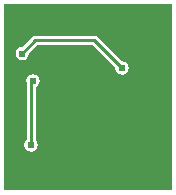
<source format=gbl>
G04 Layer_Physical_Order=2*
G04 Layer_Color=16711680*
%FSLAX24Y24*%
%MOIN*%
G70*
G01*
G75*
%ADD24C,0.0090*%
%ADD28C,0.0260*%
%ADD29C,0.0240*%
G36*
X2668Y-2427D02*
X-2908D01*
Y3767D01*
X2668D01*
Y-2427D01*
D02*
G37*
%LPC*%
G36*
X-1950Y1444D02*
X-2036Y1427D01*
X-2109Y1379D01*
X-2157Y1306D01*
X-2174Y1220D01*
X-2158Y1137D01*
Y-754D01*
X-2169Y-761D01*
X-2217Y-834D01*
X-2234Y-920D01*
X-2217Y-1006D01*
X-2169Y-1079D01*
X-2096Y-1127D01*
X-2010Y-1144D01*
X-1924Y-1127D01*
X-1851Y-1079D01*
X-1803Y-1006D01*
X-1786Y-920D01*
X-1803Y-834D01*
X-1851Y-761D01*
X-1862Y-754D01*
Y1014D01*
X-1791Y1061D01*
X-1743Y1134D01*
X-1726Y1220D01*
X-1743Y1306D01*
X-1791Y1379D01*
X-1864Y1427D01*
X-1950Y1444D01*
D02*
G37*
G36*
X100Y2718D02*
X-1870D01*
X-1927Y2707D01*
X-1975Y2675D01*
X-2297Y2352D01*
X-2310Y2354D01*
X-2396Y2337D01*
X-2469Y2289D01*
X-2517Y2216D01*
X-2534Y2130D01*
X-2517Y2044D01*
X-2469Y1971D01*
X-2396Y1923D01*
X-2310Y1906D01*
X-2224Y1923D01*
X-2151Y1971D01*
X-2103Y2044D01*
X-2086Y2130D01*
X-2088Y2143D01*
X-1809Y2422D01*
X39D01*
X798Y1663D01*
X796Y1650D01*
X813Y1564D01*
X861Y1491D01*
X934Y1443D01*
X1020Y1426D01*
X1106Y1443D01*
X1179Y1491D01*
X1227Y1564D01*
X1244Y1650D01*
X1227Y1736D01*
X1179Y1809D01*
X1106Y1857D01*
X1020Y1874D01*
X1007Y1872D01*
X205Y2675D01*
X157Y2707D01*
X100Y2718D01*
D02*
G37*
%LPD*%
D24*
X-2010Y1160D02*
X-1950Y1220D01*
X100Y2570D02*
X1020Y1650D01*
X-1870Y2570D02*
X100D01*
X-2310Y2130D02*
X-1870Y2570D01*
X-2010Y-910D02*
Y1160D01*
D28*
X-709Y709D02*
D03*
X-236D02*
D03*
X236D02*
D03*
X709D02*
D03*
X-709Y236D02*
D03*
X-236D02*
D03*
X236D02*
D03*
X709D02*
D03*
X-709Y-236D02*
D03*
X-236D02*
D03*
X236D02*
D03*
X709D02*
D03*
X-709Y-709D02*
D03*
X-236D02*
D03*
X236D02*
D03*
X709D02*
D03*
D29*
X-1950Y3190D02*
D03*
X2070Y3400D02*
D03*
X-130Y3650D02*
D03*
X2550D02*
D03*
X-2790D02*
D03*
X-1110D02*
D03*
X-1590Y2130D02*
D03*
X-1200Y1290D02*
D03*
X-2790Y-960D02*
D03*
X-2790Y-2310D02*
D03*
X40Y2980D02*
D03*
X-2310Y2130D02*
D03*
X-1950Y1220D02*
D03*
X2550Y-1480D02*
D03*
X1620Y-1480D02*
D03*
X-2010Y-920D02*
D03*
X-70Y2190D02*
D03*
X1020Y1650D02*
D03*
X-1120Y-1200D02*
D03*
X1410Y2250D02*
D03*
X-2020Y-1320D02*
D03*
X-2610Y2130D02*
D03*
X1730Y2880D02*
D03*
X2550Y1550D02*
D03*
Y2290D02*
D03*
Y-2310D02*
D03*
X1620D02*
D03*
X-880D02*
D03*
X2550Y700D02*
D03*
X800Y-2310D02*
D03*
M02*

</source>
